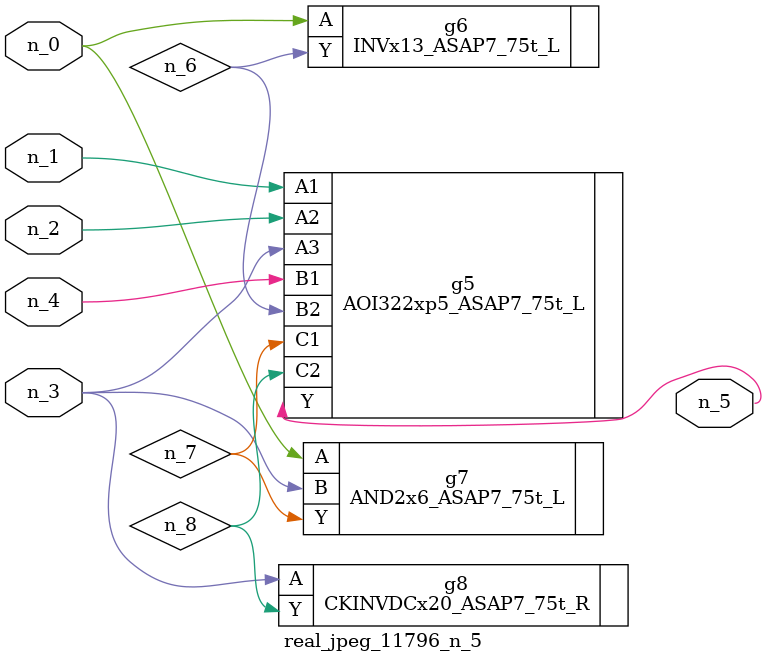
<source format=v>
module real_jpeg_11796_n_5 (n_4, n_0, n_1, n_2, n_3, n_5);

input n_4;
input n_0;
input n_1;
input n_2;
input n_3;

output n_5;

wire n_8;
wire n_6;
wire n_7;

INVx13_ASAP7_75t_L g6 ( 
.A(n_0),
.Y(n_6)
);

AND2x6_ASAP7_75t_L g7 ( 
.A(n_0),
.B(n_3),
.Y(n_7)
);

AOI322xp5_ASAP7_75t_L g5 ( 
.A1(n_1),
.A2(n_2),
.A3(n_3),
.B1(n_4),
.B2(n_6),
.C1(n_7),
.C2(n_8),
.Y(n_5)
);

CKINVDCx20_ASAP7_75t_R g8 ( 
.A(n_3),
.Y(n_8)
);


endmodule
</source>
